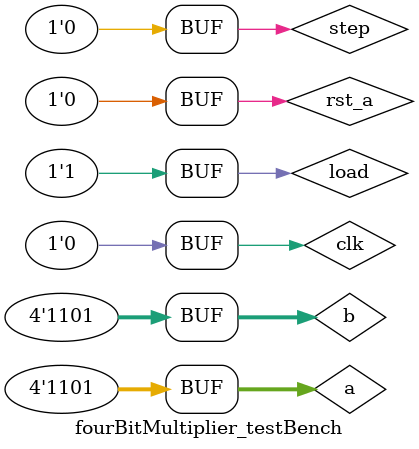
<source format=sv>
`timescale 1ns / 1ps


module fourBitMultiplier_testBench(

    );

   

    logic [7:0] op;
    logic step;
    logic [3:0] a, b;
    logic load, clk, rst_a;
    logic a1, b1, c1, d1, e1, f1, g1, dp1;
    logic [3:0] an1;
   

    fourBitMultiplier dut(op, a, b, load, clk, rst_a, step, a1, b1, c1, d1, e1, f1, g1, dp1, an1);

    always

        begin

            clk = 1;
            
            #5;

            clk = 0;
            
            step = 0;

            #5;

        end  
   
   always
   
        begin
            step = 1;
            
            #50
            
            step = 0;     
            
            #50;
            
       end
   
    initial

        begin

            a = 1101;
            b = 1101;
            rst_a = 1; #10;
            rst_a = 0; #10;
            load = 1; #10;
            
//            rst_a = 1; #10;
//            rst_a = 0; #10;
                   
//            load = 1;
//             a = 0001; 
//             b = 0011; #10;
            
            
//           rst_a = 1; #10;
//           rst_a = 0; #10;
//           load = 1;
//           a = 1001; 
//           b = 1101; #10;
                      

   end

endmodule

</source>
